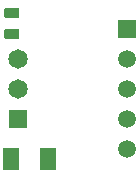
<source format=gbr>
%TF.GenerationSoftware,Altium Limited,Altium Designer,18.1.7 (191)*%
G04 Layer_Color=255*
%FSLAX25Y25*%
%MOIN*%
%TF.FileFunction,Pads,Top*%
%TF.Part,Single*%
G01*
G75*
%TA.AperFunction,SMDPad,CuDef*%
G04:AMPARAMS|DCode=10|XSize=35mil|YSize=50mil|CornerRadius=4.38mil|HoleSize=0mil|Usage=FLASHONLY|Rotation=270.000|XOffset=0mil|YOffset=0mil|HoleType=Round|Shape=RoundedRectangle|*
%AMROUNDEDRECTD10*
21,1,0.03500,0.04125,0,0,270.0*
21,1,0.02625,0.05000,0,0,270.0*
1,1,0.00875,-0.02063,-0.01313*
1,1,0.00875,-0.02063,0.01313*
1,1,0.00875,0.02063,0.01313*
1,1,0.00875,0.02063,-0.01313*
%
%ADD10ROUNDEDRECTD10*%
%TA.AperFunction,ConnectorPad*%
%ADD11R,0.05315X0.07480*%
%TA.AperFunction,ComponentPad*%
%ADD13R,0.05906X0.05906*%
%ADD14C,0.05906*%
%ADD15C,0.06496*%
%ADD16R,0.06496X0.06496*%
D10*
X5000Y55500D02*
D03*
Y48500D02*
D03*
D11*
X4898Y6898D02*
D03*
X17102D02*
D03*
D13*
X43500Y50000D02*
D03*
D14*
Y40000D02*
D03*
Y30000D02*
D03*
Y20000D02*
D03*
Y10000D02*
D03*
D15*
X7000Y40000D02*
D03*
Y30000D02*
D03*
D16*
Y20000D02*
D03*
%TF.MD5,de907cd38dd45f9bee5021050f9bccbc*%
M02*

</source>
